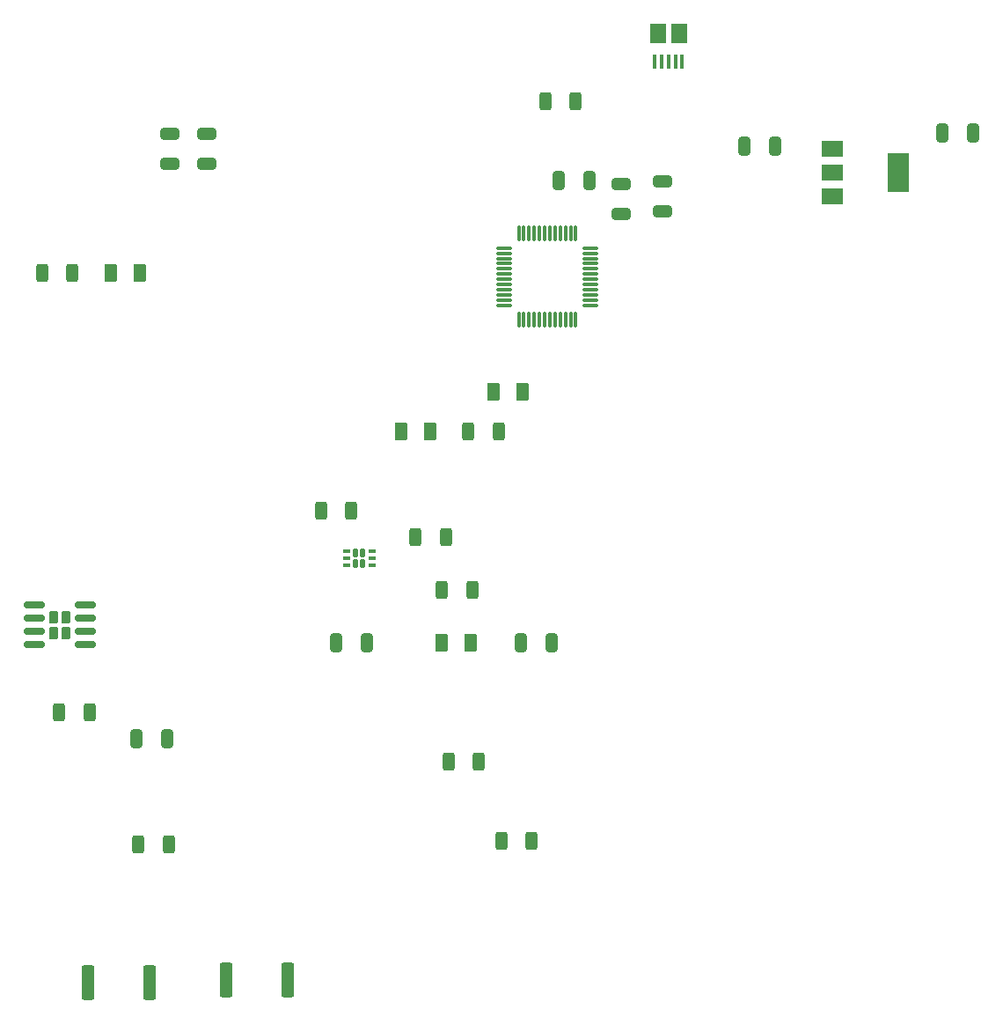
<source format=gtp>
%TF.GenerationSoftware,KiCad,Pcbnew,7.0.1*%
%TF.CreationDate,2023-05-29T19:52:37+03:00*%
%TF.ProjectId,First_sketch_licenta,46697273-745f-4736-9b65-7463685f6c69,rev?*%
%TF.SameCoordinates,Original*%
%TF.FileFunction,Paste,Top*%
%TF.FilePolarity,Positive*%
%FSLAX46Y46*%
G04 Gerber Fmt 4.6, Leading zero omitted, Abs format (unit mm)*
G04 Created by KiCad (PCBNEW 7.0.1) date 2023-05-29 19:52:37*
%MOMM*%
%LPD*%
G01*
G04 APERTURE LIST*
G04 Aperture macros list*
%AMRoundRect*
0 Rectangle with rounded corners*
0 $1 Rounding radius*
0 $2 $3 $4 $5 $6 $7 $8 $9 X,Y pos of 4 corners*
0 Add a 4 corners polygon primitive as box body*
4,1,4,$2,$3,$4,$5,$6,$7,$8,$9,$2,$3,0*
0 Add four circle primitives for the rounded corners*
1,1,$1+$1,$2,$3*
1,1,$1+$1,$4,$5*
1,1,$1+$1,$6,$7*
1,1,$1+$1,$8,$9*
0 Add four rect primitives between the rounded corners*
20,1,$1+$1,$2,$3,$4,$5,0*
20,1,$1+$1,$4,$5,$6,$7,0*
20,1,$1+$1,$6,$7,$8,$9,0*
20,1,$1+$1,$8,$9,$2,$3,0*%
G04 Aperture macros list end*
%ADD10R,2.000000X1.500000*%
%ADD11R,2.000000X3.800000*%
%ADD12RoundRect,0.250000X-0.312500X-0.625000X0.312500X-0.625000X0.312500X0.625000X-0.312500X0.625000X0*%
%ADD13R,1.500000X1.900000*%
%ADD14R,0.400000X1.350000*%
%ADD15RoundRect,0.250000X0.312500X0.625000X-0.312500X0.625000X-0.312500X-0.625000X0.312500X-0.625000X0*%
%ADD16RoundRect,0.230000X0.230000X0.375000X-0.230000X0.375000X-0.230000X-0.375000X0.230000X-0.375000X0*%
%ADD17RoundRect,0.150000X0.825000X0.150000X-0.825000X0.150000X-0.825000X-0.150000X0.825000X-0.150000X0*%
%ADD18RoundRect,0.250000X-0.325000X-0.650000X0.325000X-0.650000X0.325000X0.650000X-0.325000X0.650000X0*%
%ADD19RoundRect,0.250000X0.325000X0.650000X-0.325000X0.650000X-0.325000X-0.650000X0.325000X-0.650000X0*%
%ADD20RoundRect,0.250000X0.650000X-0.325000X0.650000X0.325000X-0.650000X0.325000X-0.650000X-0.325000X0*%
%ADD21RoundRect,0.250000X-0.362500X-1.425000X0.362500X-1.425000X0.362500X1.425000X-0.362500X1.425000X0*%
%ADD22RoundRect,0.130000X0.130000X0.275000X-0.130000X0.275000X-0.130000X-0.275000X0.130000X-0.275000X0*%
%ADD23RoundRect,0.075000X0.300000X0.075000X-0.300000X0.075000X-0.300000X-0.075000X0.300000X-0.075000X0*%
%ADD24RoundRect,0.075000X0.662500X0.075000X-0.662500X0.075000X-0.662500X-0.075000X0.662500X-0.075000X0*%
%ADD25RoundRect,0.075000X0.075000X0.662500X-0.075000X0.662500X-0.075000X-0.662500X0.075000X-0.662500X0*%
%ADD26RoundRect,0.250000X-0.375000X-0.625000X0.375000X-0.625000X0.375000X0.625000X-0.375000X0.625000X0*%
%ADD27RoundRect,0.250000X0.375000X0.625000X-0.375000X0.625000X-0.375000X-0.625000X0.375000X-0.625000X0*%
G04 APERTURE END LIST*
D10*
%TO.C,U2*%
X233197000Y-56628000D03*
X233197000Y-58928000D03*
D11*
X239497000Y-58928000D03*
D10*
X233197000Y-61228000D03*
%TD*%
D12*
%TO.C,R5*%
X201295000Y-123190000D03*
X204220000Y-123190000D03*
%TD*%
D13*
%TO.C,J4*%
X216398600Y-45574700D03*
X218398600Y-45574700D03*
D14*
X216098600Y-48274700D03*
X216748600Y-48274700D03*
X217398600Y-48274700D03*
X218048600Y-48274700D03*
X218698600Y-48274700D03*
%TD*%
D15*
%TO.C,R7*%
X195965000Y-93980000D03*
X193040000Y-93980000D03*
%TD*%
D16*
%TO.C,TLV342AIDR1*%
X159385000Y-103195000D03*
X159385000Y-101695000D03*
X158245000Y-103195000D03*
X158245000Y-101695000D03*
D17*
X161290000Y-104350000D03*
X161290000Y-103080000D03*
X161290000Y-101810000D03*
X161290000Y-100540000D03*
X156340000Y-100540000D03*
X156340000Y-101810000D03*
X156340000Y-103080000D03*
X156340000Y-104350000D03*
%TD*%
D18*
%TO.C,C4*%
X203200000Y-104140000D03*
X206150000Y-104140000D03*
%TD*%
D19*
%TO.C,C7*%
X227662000Y-56388000D03*
X224712000Y-56388000D03*
%TD*%
D12*
%TO.C,R3*%
X205547500Y-52070000D03*
X208472500Y-52070000D03*
%TD*%
D20*
%TO.C,C9*%
X212852000Y-62943000D03*
X212852000Y-59993000D03*
%TD*%
D21*
%TO.C,R12*%
X174837500Y-136525000D03*
X180762500Y-136525000D03*
%TD*%
D19*
%TO.C,C3*%
X209755000Y-59690000D03*
X206805000Y-59690000D03*
%TD*%
D12*
%TO.C,R10*%
X158750000Y-110815000D03*
X161675000Y-110815000D03*
%TD*%
D20*
%TO.C,C1*%
X169418000Y-58117000D03*
X169418000Y-55167000D03*
%TD*%
D22*
%TO.C,MCP73830*%
X187960000Y-96520000D03*
X187960000Y-95520000D03*
X187310000Y-96520000D03*
X187310000Y-95520000D03*
D23*
X188885000Y-96670000D03*
X188885000Y-96020000D03*
X188885000Y-95370000D03*
X186385000Y-95370000D03*
X186385000Y-96020000D03*
X186385000Y-96670000D03*
%TD*%
D21*
%TO.C,R11*%
X161502500Y-136779000D03*
X167427500Y-136779000D03*
%TD*%
D12*
%TO.C,R9*%
X166370000Y-123515000D03*
X169295000Y-123515000D03*
%TD*%
D24*
%TO.C,U4*%
X209892500Y-71687500D03*
X209892500Y-71187500D03*
X209892500Y-70687500D03*
X209892500Y-70187500D03*
X209892500Y-69687500D03*
X209892500Y-69187500D03*
X209892500Y-68687500D03*
X209892500Y-68187500D03*
X209892500Y-67687500D03*
X209892500Y-67187500D03*
X209892500Y-66687500D03*
X209892500Y-66187500D03*
D25*
X208480000Y-64775000D03*
X207980000Y-64775000D03*
X207480000Y-64775000D03*
X206980000Y-64775000D03*
X206480000Y-64775000D03*
X205980000Y-64775000D03*
X205480000Y-64775000D03*
X204980000Y-64775000D03*
X204480000Y-64775000D03*
X203980000Y-64775000D03*
X203480000Y-64775000D03*
X202980000Y-64775000D03*
D24*
X201567500Y-66187500D03*
X201567500Y-66687500D03*
X201567500Y-67187500D03*
X201567500Y-67687500D03*
X201567500Y-68187500D03*
X201567500Y-68687500D03*
X201567500Y-69187500D03*
X201567500Y-69687500D03*
X201567500Y-70187500D03*
X201567500Y-70687500D03*
X201567500Y-71187500D03*
X201567500Y-71687500D03*
D25*
X202980000Y-73100000D03*
X203480000Y-73100000D03*
X203980000Y-73100000D03*
X204480000Y-73100000D03*
X204980000Y-73100000D03*
X205480000Y-73100000D03*
X205980000Y-73100000D03*
X206480000Y-73100000D03*
X206980000Y-73100000D03*
X207480000Y-73100000D03*
X207980000Y-73100000D03*
X208480000Y-73100000D03*
%TD*%
D18*
%TO.C,C6*%
X243762000Y-55118000D03*
X246712000Y-55118000D03*
%TD*%
D26*
%TO.C,D3*%
X200530000Y-80010000D03*
X203330000Y-80010000D03*
%TD*%
D15*
%TO.C,R1*%
X198505000Y-99060000D03*
X195580000Y-99060000D03*
%TD*%
D19*
%TO.C,C5*%
X188370000Y-104140000D03*
X185420000Y-104140000D03*
%TD*%
D27*
%TO.C,D1*%
X198380000Y-104140000D03*
X195580000Y-104140000D03*
%TD*%
D19*
%TO.C,C8*%
X169115000Y-113355000D03*
X166165000Y-113355000D03*
%TD*%
D27*
%TO.C,D4*%
X194440000Y-83820000D03*
X191640000Y-83820000D03*
%TD*%
D12*
%TO.C,R4*%
X196215000Y-115570000D03*
X199140000Y-115570000D03*
%TD*%
D20*
%TO.C,C11*%
X216789000Y-62689000D03*
X216789000Y-59739000D03*
%TD*%
D26*
%TO.C,D2*%
X163700000Y-68580000D03*
X166500000Y-68580000D03*
%TD*%
D12*
%TO.C,R6*%
X198120000Y-83820000D03*
X201045000Y-83820000D03*
%TD*%
D15*
%TO.C,R2*%
X160020000Y-68580000D03*
X157095000Y-68580000D03*
%TD*%
D12*
%TO.C,R8*%
X183957500Y-91440000D03*
X186882500Y-91440000D03*
%TD*%
D20*
%TO.C,C2*%
X172984000Y-58122000D03*
X172984000Y-55172000D03*
%TD*%
M02*

</source>
